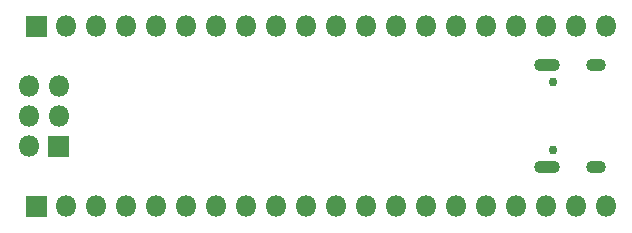
<source format=gbr>
G04 #@! TF.GenerationSoftware,KiCad,Pcbnew,5.1.9+dfsg1-1*
G04 #@! TF.CreationDate,2021-04-10T19:21:44+08:00*
G04 #@! TF.ProjectId,gp,67702e6b-6963-4616-945f-706362585858,c*
G04 #@! TF.SameCoordinates,Original*
G04 #@! TF.FileFunction,Soldermask,Bot*
G04 #@! TF.FilePolarity,Negative*
%FSLAX46Y46*%
G04 Gerber Fmt 4.6, Leading zero omitted, Abs format (unit mm)*
G04 Created by KiCad (PCBNEW 5.1.9+dfsg1-1) date 2021-04-10 19:21:44*
%MOMM*%
%LPD*%
G01*
G04 APERTURE LIST*
%ADD10O,1.700000X1.100000*%
%ADD11C,0.750000*%
%ADD12O,2.200000X1.100000*%
%ADD13O,1.800000X1.800000*%
G04 APERTURE END LIST*
D10*
G04 #@! TO.C,J1*
X201075000Y-97280000D03*
D11*
X197425000Y-98710000D03*
D10*
X201075000Y-105920000D03*
D11*
X197425000Y-104490000D03*
D12*
X196895000Y-105920000D03*
X196895000Y-97280000D03*
G04 #@! TD*
D13*
G04 #@! TO.C,J3*
X201930000Y-109220000D03*
X199390000Y-109220000D03*
X196850000Y-109220000D03*
X194310000Y-109220000D03*
X191770000Y-109220000D03*
X189230000Y-109220000D03*
X186690000Y-109220000D03*
X184150000Y-109220000D03*
X181610000Y-109220000D03*
X179070000Y-109220000D03*
X176530000Y-109220000D03*
X173990000Y-109220000D03*
X171450000Y-109220000D03*
X168910000Y-109220000D03*
X166370000Y-109220000D03*
X163830000Y-109220000D03*
X161290000Y-109220000D03*
X158750000Y-109220000D03*
X156210000Y-109220000D03*
G36*
G01*
X152820000Y-108320000D02*
X154520000Y-108320000D01*
G75*
G02*
X154570000Y-108370000I0J-50000D01*
G01*
X154570000Y-110070000D01*
G75*
G02*
X154520000Y-110120000I-50000J0D01*
G01*
X152820000Y-110120000D01*
G75*
G02*
X152770000Y-110070000I0J50000D01*
G01*
X152770000Y-108370000D01*
G75*
G02*
X152820000Y-108320000I50000J0D01*
G01*
G37*
G04 #@! TD*
G04 #@! TO.C,J2*
X153035000Y-99060000D03*
X155575000Y-99060000D03*
X153035000Y-101600000D03*
X155575000Y-101600000D03*
X153035000Y-104140000D03*
G36*
G01*
X156475000Y-103290000D02*
X156475000Y-104990000D01*
G75*
G02*
X156425000Y-105040000I-50000J0D01*
G01*
X154725000Y-105040000D01*
G75*
G02*
X154675000Y-104990000I0J50000D01*
G01*
X154675000Y-103290000D01*
G75*
G02*
X154725000Y-103240000I50000J0D01*
G01*
X156425000Y-103240000D01*
G75*
G02*
X156475000Y-103290000I0J-50000D01*
G01*
G37*
G04 #@! TD*
G04 #@! TO.C,J4*
X201930000Y-93980000D03*
X199390000Y-93980000D03*
X196850000Y-93980000D03*
X194310000Y-93980000D03*
X191770000Y-93980000D03*
X189230000Y-93980000D03*
X186690000Y-93980000D03*
X184150000Y-93980000D03*
X181610000Y-93980000D03*
X179070000Y-93980000D03*
X176530000Y-93980000D03*
X173990000Y-93980000D03*
X171450000Y-93980000D03*
X168910000Y-93980000D03*
X166370000Y-93980000D03*
X163830000Y-93980000D03*
X161290000Y-93980000D03*
X158750000Y-93980000D03*
X156210000Y-93980000D03*
G36*
G01*
X152820000Y-93080000D02*
X154520000Y-93080000D01*
G75*
G02*
X154570000Y-93130000I0J-50000D01*
G01*
X154570000Y-94830000D01*
G75*
G02*
X154520000Y-94880000I-50000J0D01*
G01*
X152820000Y-94880000D01*
G75*
G02*
X152770000Y-94830000I0J50000D01*
G01*
X152770000Y-93130000D01*
G75*
G02*
X152820000Y-93080000I50000J0D01*
G01*
G37*
G04 #@! TD*
M02*

</source>
